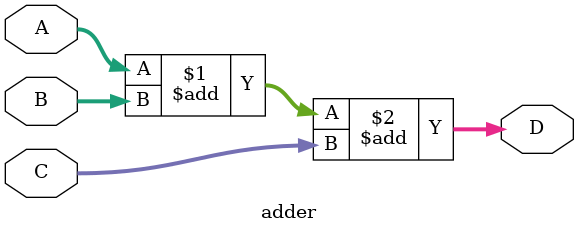
<source format=v>
module adder#(
	parameter N = 16 
)
(
	input[N-1: 0] A,
	input[N-1: 0] B,
	input[N-1: 0] C,
	output[N-1: 0] D
);

	assign D = A + B + C;

endmodule

</source>
